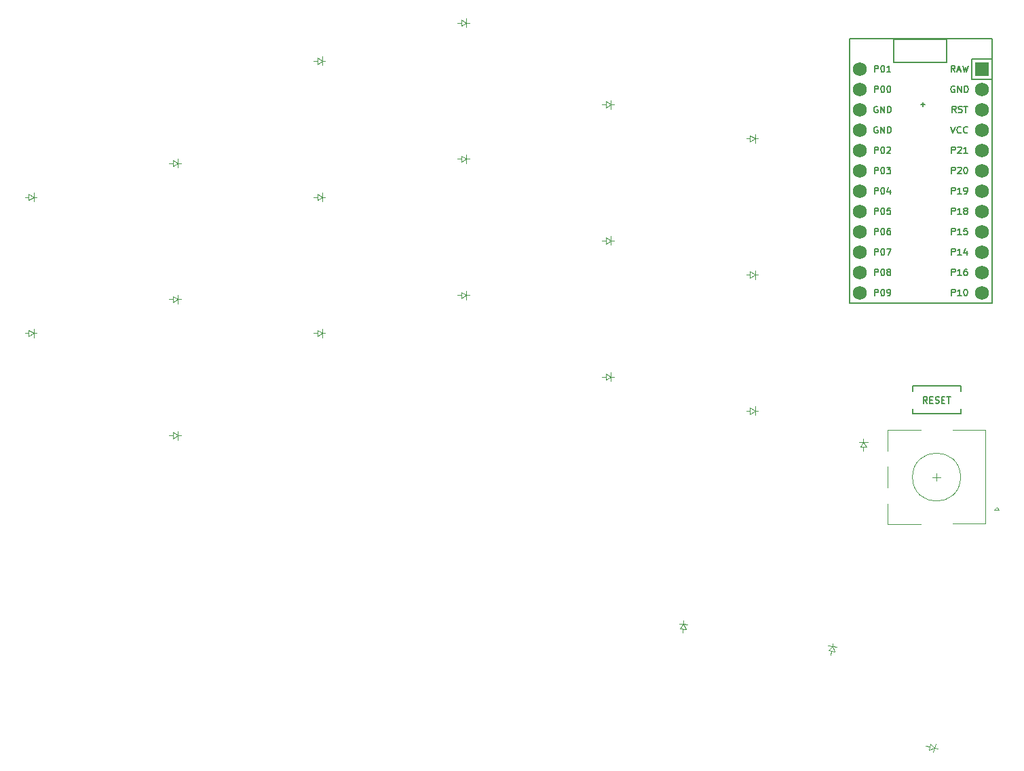
<source format=gbr>
%TF.GenerationSoftware,KiCad,Pcbnew,7.0.1-3b83917a11~171~ubuntu22.04.1*%
%TF.CreationDate,2023-03-24T21:38:12-04:00*%
%TF.ProjectId,whisper,77686973-7065-4722-9e6b-696361645f70,v1.0.0*%
%TF.SameCoordinates,Original*%
%TF.FileFunction,Legend,Top*%
%TF.FilePolarity,Positive*%
%FSLAX46Y46*%
G04 Gerber Fmt 4.6, Leading zero omitted, Abs format (unit mm)*
G04 Created by KiCad (PCBNEW 7.0.1-3b83917a11~171~ubuntu22.04.1) date 2023-03-24 21:38:12*
%MOMM*%
%LPD*%
G01*
G04 APERTURE LIST*
%ADD10C,0.150000*%
%ADD11C,0.100000*%
%ADD12C,0.120000*%
%ADD13R,1.752600X1.752600*%
%ADD14C,1.752600*%
G04 APERTURE END LIST*
D10*
%TO.C,MCU1*%
X251052203Y-93361917D02*
X250976013Y-93323822D01*
X250976013Y-93323822D02*
X250861727Y-93323822D01*
X250861727Y-93323822D02*
X250747441Y-93361917D01*
X250747441Y-93361917D02*
X250671251Y-93438107D01*
X250671251Y-93438107D02*
X250633156Y-93514298D01*
X250633156Y-93514298D02*
X250595060Y-93666679D01*
X250595060Y-93666679D02*
X250595060Y-93780965D01*
X250595060Y-93780965D02*
X250633156Y-93933346D01*
X250633156Y-93933346D02*
X250671251Y-94009536D01*
X250671251Y-94009536D02*
X250747441Y-94085727D01*
X250747441Y-94085727D02*
X250861727Y-94123822D01*
X250861727Y-94123822D02*
X250937918Y-94123822D01*
X250937918Y-94123822D02*
X251052203Y-94085727D01*
X251052203Y-94085727D02*
X251090299Y-94047631D01*
X251090299Y-94047631D02*
X251090299Y-93780965D01*
X251090299Y-93780965D02*
X250937918Y-93780965D01*
X251433156Y-94123822D02*
X251433156Y-93323822D01*
X251433156Y-93323822D02*
X251890299Y-94123822D01*
X251890299Y-94123822D02*
X251890299Y-93323822D01*
X252271251Y-94123822D02*
X252271251Y-93323822D01*
X252271251Y-93323822D02*
X252461727Y-93323822D01*
X252461727Y-93323822D02*
X252576013Y-93361917D01*
X252576013Y-93361917D02*
X252652203Y-93438107D01*
X252652203Y-93438107D02*
X252690298Y-93514298D01*
X252690298Y-93514298D02*
X252728394Y-93666679D01*
X252728394Y-93666679D02*
X252728394Y-93780965D01*
X252728394Y-93780965D02*
X252690298Y-93933346D01*
X252690298Y-93933346D02*
X252652203Y-94009536D01*
X252652203Y-94009536D02*
X252576013Y-94085727D01*
X252576013Y-94085727D02*
X252461727Y-94123822D01*
X252461727Y-94123822D02*
X252271251Y-94123822D01*
X250690298Y-111903822D02*
X250690298Y-111103822D01*
X250690298Y-111103822D02*
X250995060Y-111103822D01*
X250995060Y-111103822D02*
X251071250Y-111141917D01*
X251071250Y-111141917D02*
X251109345Y-111180012D01*
X251109345Y-111180012D02*
X251147441Y-111256203D01*
X251147441Y-111256203D02*
X251147441Y-111370488D01*
X251147441Y-111370488D02*
X251109345Y-111446679D01*
X251109345Y-111446679D02*
X251071250Y-111484774D01*
X251071250Y-111484774D02*
X250995060Y-111522869D01*
X250995060Y-111522869D02*
X250690298Y-111522869D01*
X251642679Y-111103822D02*
X251718869Y-111103822D01*
X251718869Y-111103822D02*
X251795060Y-111141917D01*
X251795060Y-111141917D02*
X251833155Y-111180012D01*
X251833155Y-111180012D02*
X251871250Y-111256203D01*
X251871250Y-111256203D02*
X251909345Y-111408584D01*
X251909345Y-111408584D02*
X251909345Y-111599060D01*
X251909345Y-111599060D02*
X251871250Y-111751441D01*
X251871250Y-111751441D02*
X251833155Y-111827631D01*
X251833155Y-111827631D02*
X251795060Y-111865727D01*
X251795060Y-111865727D02*
X251718869Y-111903822D01*
X251718869Y-111903822D02*
X251642679Y-111903822D01*
X251642679Y-111903822D02*
X251566488Y-111865727D01*
X251566488Y-111865727D02*
X251528393Y-111827631D01*
X251528393Y-111827631D02*
X251490298Y-111751441D01*
X251490298Y-111751441D02*
X251452202Y-111599060D01*
X251452202Y-111599060D02*
X251452202Y-111408584D01*
X251452202Y-111408584D02*
X251490298Y-111256203D01*
X251490298Y-111256203D02*
X251528393Y-111180012D01*
X251528393Y-111180012D02*
X251566488Y-111141917D01*
X251566488Y-111141917D02*
X251642679Y-111103822D01*
X252366488Y-111446679D02*
X252290298Y-111408584D01*
X252290298Y-111408584D02*
X252252203Y-111370488D01*
X252252203Y-111370488D02*
X252214107Y-111294298D01*
X252214107Y-111294298D02*
X252214107Y-111256203D01*
X252214107Y-111256203D02*
X252252203Y-111180012D01*
X252252203Y-111180012D02*
X252290298Y-111141917D01*
X252290298Y-111141917D02*
X252366488Y-111103822D01*
X252366488Y-111103822D02*
X252518869Y-111103822D01*
X252518869Y-111103822D02*
X252595060Y-111141917D01*
X252595060Y-111141917D02*
X252633155Y-111180012D01*
X252633155Y-111180012D02*
X252671250Y-111256203D01*
X252671250Y-111256203D02*
X252671250Y-111294298D01*
X252671250Y-111294298D02*
X252633155Y-111370488D01*
X252633155Y-111370488D02*
X252595060Y-111408584D01*
X252595060Y-111408584D02*
X252518869Y-111446679D01*
X252518869Y-111446679D02*
X252366488Y-111446679D01*
X252366488Y-111446679D02*
X252290298Y-111484774D01*
X252290298Y-111484774D02*
X252252203Y-111522869D01*
X252252203Y-111522869D02*
X252214107Y-111599060D01*
X252214107Y-111599060D02*
X252214107Y-111751441D01*
X252214107Y-111751441D02*
X252252203Y-111827631D01*
X252252203Y-111827631D02*
X252290298Y-111865727D01*
X252290298Y-111865727D02*
X252366488Y-111903822D01*
X252366488Y-111903822D02*
X252518869Y-111903822D01*
X252518869Y-111903822D02*
X252595060Y-111865727D01*
X252595060Y-111865727D02*
X252633155Y-111827631D01*
X252633155Y-111827631D02*
X252671250Y-111751441D01*
X252671250Y-111751441D02*
X252671250Y-111599060D01*
X252671250Y-111599060D02*
X252633155Y-111522869D01*
X252633155Y-111522869D02*
X252595060Y-111484774D01*
X252595060Y-111484774D02*
X252518869Y-111446679D01*
X250690298Y-109363822D02*
X250690298Y-108563822D01*
X250690298Y-108563822D02*
X250995060Y-108563822D01*
X250995060Y-108563822D02*
X251071250Y-108601917D01*
X251071250Y-108601917D02*
X251109345Y-108640012D01*
X251109345Y-108640012D02*
X251147441Y-108716203D01*
X251147441Y-108716203D02*
X251147441Y-108830488D01*
X251147441Y-108830488D02*
X251109345Y-108906679D01*
X251109345Y-108906679D02*
X251071250Y-108944774D01*
X251071250Y-108944774D02*
X250995060Y-108982869D01*
X250995060Y-108982869D02*
X250690298Y-108982869D01*
X251642679Y-108563822D02*
X251718869Y-108563822D01*
X251718869Y-108563822D02*
X251795060Y-108601917D01*
X251795060Y-108601917D02*
X251833155Y-108640012D01*
X251833155Y-108640012D02*
X251871250Y-108716203D01*
X251871250Y-108716203D02*
X251909345Y-108868584D01*
X251909345Y-108868584D02*
X251909345Y-109059060D01*
X251909345Y-109059060D02*
X251871250Y-109211441D01*
X251871250Y-109211441D02*
X251833155Y-109287631D01*
X251833155Y-109287631D02*
X251795060Y-109325727D01*
X251795060Y-109325727D02*
X251718869Y-109363822D01*
X251718869Y-109363822D02*
X251642679Y-109363822D01*
X251642679Y-109363822D02*
X251566488Y-109325727D01*
X251566488Y-109325727D02*
X251528393Y-109287631D01*
X251528393Y-109287631D02*
X251490298Y-109211441D01*
X251490298Y-109211441D02*
X251452202Y-109059060D01*
X251452202Y-109059060D02*
X251452202Y-108868584D01*
X251452202Y-108868584D02*
X251490298Y-108716203D01*
X251490298Y-108716203D02*
X251528393Y-108640012D01*
X251528393Y-108640012D02*
X251566488Y-108601917D01*
X251566488Y-108601917D02*
X251642679Y-108563822D01*
X252176012Y-108563822D02*
X252709346Y-108563822D01*
X252709346Y-108563822D02*
X252366488Y-109363822D01*
X250690298Y-96663822D02*
X250690298Y-95863822D01*
X250690298Y-95863822D02*
X250995060Y-95863822D01*
X250995060Y-95863822D02*
X251071250Y-95901917D01*
X251071250Y-95901917D02*
X251109345Y-95940012D01*
X251109345Y-95940012D02*
X251147441Y-96016203D01*
X251147441Y-96016203D02*
X251147441Y-96130488D01*
X251147441Y-96130488D02*
X251109345Y-96206679D01*
X251109345Y-96206679D02*
X251071250Y-96244774D01*
X251071250Y-96244774D02*
X250995060Y-96282869D01*
X250995060Y-96282869D02*
X250690298Y-96282869D01*
X251642679Y-95863822D02*
X251718869Y-95863822D01*
X251718869Y-95863822D02*
X251795060Y-95901917D01*
X251795060Y-95901917D02*
X251833155Y-95940012D01*
X251833155Y-95940012D02*
X251871250Y-96016203D01*
X251871250Y-96016203D02*
X251909345Y-96168584D01*
X251909345Y-96168584D02*
X251909345Y-96359060D01*
X251909345Y-96359060D02*
X251871250Y-96511441D01*
X251871250Y-96511441D02*
X251833155Y-96587631D01*
X251833155Y-96587631D02*
X251795060Y-96625727D01*
X251795060Y-96625727D02*
X251718869Y-96663822D01*
X251718869Y-96663822D02*
X251642679Y-96663822D01*
X251642679Y-96663822D02*
X251566488Y-96625727D01*
X251566488Y-96625727D02*
X251528393Y-96587631D01*
X251528393Y-96587631D02*
X251490298Y-96511441D01*
X251490298Y-96511441D02*
X251452202Y-96359060D01*
X251452202Y-96359060D02*
X251452202Y-96168584D01*
X251452202Y-96168584D02*
X251490298Y-96016203D01*
X251490298Y-96016203D02*
X251528393Y-95940012D01*
X251528393Y-95940012D02*
X251566488Y-95901917D01*
X251566488Y-95901917D02*
X251642679Y-95863822D01*
X252214107Y-95940012D02*
X252252203Y-95901917D01*
X252252203Y-95901917D02*
X252328393Y-95863822D01*
X252328393Y-95863822D02*
X252518869Y-95863822D01*
X252518869Y-95863822D02*
X252595060Y-95901917D01*
X252595060Y-95901917D02*
X252633155Y-95940012D01*
X252633155Y-95940012D02*
X252671250Y-96016203D01*
X252671250Y-96016203D02*
X252671250Y-96092393D01*
X252671250Y-96092393D02*
X252633155Y-96206679D01*
X252633155Y-96206679D02*
X252176012Y-96663822D01*
X252176012Y-96663822D02*
X252671250Y-96663822D01*
X250690298Y-106823822D02*
X250690298Y-106023822D01*
X250690298Y-106023822D02*
X250995060Y-106023822D01*
X250995060Y-106023822D02*
X251071250Y-106061917D01*
X251071250Y-106061917D02*
X251109345Y-106100012D01*
X251109345Y-106100012D02*
X251147441Y-106176203D01*
X251147441Y-106176203D02*
X251147441Y-106290488D01*
X251147441Y-106290488D02*
X251109345Y-106366679D01*
X251109345Y-106366679D02*
X251071250Y-106404774D01*
X251071250Y-106404774D02*
X250995060Y-106442869D01*
X250995060Y-106442869D02*
X250690298Y-106442869D01*
X251642679Y-106023822D02*
X251718869Y-106023822D01*
X251718869Y-106023822D02*
X251795060Y-106061917D01*
X251795060Y-106061917D02*
X251833155Y-106100012D01*
X251833155Y-106100012D02*
X251871250Y-106176203D01*
X251871250Y-106176203D02*
X251909345Y-106328584D01*
X251909345Y-106328584D02*
X251909345Y-106519060D01*
X251909345Y-106519060D02*
X251871250Y-106671441D01*
X251871250Y-106671441D02*
X251833155Y-106747631D01*
X251833155Y-106747631D02*
X251795060Y-106785727D01*
X251795060Y-106785727D02*
X251718869Y-106823822D01*
X251718869Y-106823822D02*
X251642679Y-106823822D01*
X251642679Y-106823822D02*
X251566488Y-106785727D01*
X251566488Y-106785727D02*
X251528393Y-106747631D01*
X251528393Y-106747631D02*
X251490298Y-106671441D01*
X251490298Y-106671441D02*
X251452202Y-106519060D01*
X251452202Y-106519060D02*
X251452202Y-106328584D01*
X251452202Y-106328584D02*
X251490298Y-106176203D01*
X251490298Y-106176203D02*
X251528393Y-106100012D01*
X251528393Y-106100012D02*
X251566488Y-106061917D01*
X251566488Y-106061917D02*
X251642679Y-106023822D01*
X252595060Y-106023822D02*
X252442679Y-106023822D01*
X252442679Y-106023822D02*
X252366488Y-106061917D01*
X252366488Y-106061917D02*
X252328393Y-106100012D01*
X252328393Y-106100012D02*
X252252203Y-106214298D01*
X252252203Y-106214298D02*
X252214107Y-106366679D01*
X252214107Y-106366679D02*
X252214107Y-106671441D01*
X252214107Y-106671441D02*
X252252203Y-106747631D01*
X252252203Y-106747631D02*
X252290298Y-106785727D01*
X252290298Y-106785727D02*
X252366488Y-106823822D01*
X252366488Y-106823822D02*
X252518869Y-106823822D01*
X252518869Y-106823822D02*
X252595060Y-106785727D01*
X252595060Y-106785727D02*
X252633155Y-106747631D01*
X252633155Y-106747631D02*
X252671250Y-106671441D01*
X252671250Y-106671441D02*
X252671250Y-106480965D01*
X252671250Y-106480965D02*
X252633155Y-106404774D01*
X252633155Y-106404774D02*
X252595060Y-106366679D01*
X252595060Y-106366679D02*
X252518869Y-106328584D01*
X252518869Y-106328584D02*
X252366488Y-106328584D01*
X252366488Y-106328584D02*
X252290298Y-106366679D01*
X252290298Y-106366679D02*
X252252203Y-106404774D01*
X252252203Y-106404774D02*
X252214107Y-106480965D01*
X260195060Y-93323822D02*
X260461727Y-94123822D01*
X260461727Y-94123822D02*
X260728393Y-93323822D01*
X261452203Y-94047631D02*
X261414107Y-94085727D01*
X261414107Y-94085727D02*
X261299822Y-94123822D01*
X261299822Y-94123822D02*
X261223631Y-94123822D01*
X261223631Y-94123822D02*
X261109345Y-94085727D01*
X261109345Y-94085727D02*
X261033155Y-94009536D01*
X261033155Y-94009536D02*
X260995060Y-93933346D01*
X260995060Y-93933346D02*
X260956964Y-93780965D01*
X260956964Y-93780965D02*
X260956964Y-93666679D01*
X260956964Y-93666679D02*
X260995060Y-93514298D01*
X260995060Y-93514298D02*
X261033155Y-93438107D01*
X261033155Y-93438107D02*
X261109345Y-93361917D01*
X261109345Y-93361917D02*
X261223631Y-93323822D01*
X261223631Y-93323822D02*
X261299822Y-93323822D01*
X261299822Y-93323822D02*
X261414107Y-93361917D01*
X261414107Y-93361917D02*
X261452203Y-93400012D01*
X262252203Y-94047631D02*
X262214107Y-94085727D01*
X262214107Y-94085727D02*
X262099822Y-94123822D01*
X262099822Y-94123822D02*
X262023631Y-94123822D01*
X262023631Y-94123822D02*
X261909345Y-94085727D01*
X261909345Y-94085727D02*
X261833155Y-94009536D01*
X261833155Y-94009536D02*
X261795060Y-93933346D01*
X261795060Y-93933346D02*
X261756964Y-93780965D01*
X261756964Y-93780965D02*
X261756964Y-93666679D01*
X261756964Y-93666679D02*
X261795060Y-93514298D01*
X261795060Y-93514298D02*
X261833155Y-93438107D01*
X261833155Y-93438107D02*
X261909345Y-93361917D01*
X261909345Y-93361917D02*
X262023631Y-93323822D01*
X262023631Y-93323822D02*
X262099822Y-93323822D01*
X262099822Y-93323822D02*
X262214107Y-93361917D01*
X262214107Y-93361917D02*
X262252203Y-93400012D01*
X250690298Y-89043822D02*
X250690298Y-88243822D01*
X250690298Y-88243822D02*
X250995060Y-88243822D01*
X250995060Y-88243822D02*
X251071250Y-88281917D01*
X251071250Y-88281917D02*
X251109345Y-88320012D01*
X251109345Y-88320012D02*
X251147441Y-88396203D01*
X251147441Y-88396203D02*
X251147441Y-88510488D01*
X251147441Y-88510488D02*
X251109345Y-88586679D01*
X251109345Y-88586679D02*
X251071250Y-88624774D01*
X251071250Y-88624774D02*
X250995060Y-88662869D01*
X250995060Y-88662869D02*
X250690298Y-88662869D01*
X251642679Y-88243822D02*
X251718869Y-88243822D01*
X251718869Y-88243822D02*
X251795060Y-88281917D01*
X251795060Y-88281917D02*
X251833155Y-88320012D01*
X251833155Y-88320012D02*
X251871250Y-88396203D01*
X251871250Y-88396203D02*
X251909345Y-88548584D01*
X251909345Y-88548584D02*
X251909345Y-88739060D01*
X251909345Y-88739060D02*
X251871250Y-88891441D01*
X251871250Y-88891441D02*
X251833155Y-88967631D01*
X251833155Y-88967631D02*
X251795060Y-89005727D01*
X251795060Y-89005727D02*
X251718869Y-89043822D01*
X251718869Y-89043822D02*
X251642679Y-89043822D01*
X251642679Y-89043822D02*
X251566488Y-89005727D01*
X251566488Y-89005727D02*
X251528393Y-88967631D01*
X251528393Y-88967631D02*
X251490298Y-88891441D01*
X251490298Y-88891441D02*
X251452202Y-88739060D01*
X251452202Y-88739060D02*
X251452202Y-88548584D01*
X251452202Y-88548584D02*
X251490298Y-88396203D01*
X251490298Y-88396203D02*
X251528393Y-88320012D01*
X251528393Y-88320012D02*
X251566488Y-88281917D01*
X251566488Y-88281917D02*
X251642679Y-88243822D01*
X252404584Y-88243822D02*
X252480774Y-88243822D01*
X252480774Y-88243822D02*
X252556965Y-88281917D01*
X252556965Y-88281917D02*
X252595060Y-88320012D01*
X252595060Y-88320012D02*
X252633155Y-88396203D01*
X252633155Y-88396203D02*
X252671250Y-88548584D01*
X252671250Y-88548584D02*
X252671250Y-88739060D01*
X252671250Y-88739060D02*
X252633155Y-88891441D01*
X252633155Y-88891441D02*
X252595060Y-88967631D01*
X252595060Y-88967631D02*
X252556965Y-89005727D01*
X252556965Y-89005727D02*
X252480774Y-89043822D01*
X252480774Y-89043822D02*
X252404584Y-89043822D01*
X252404584Y-89043822D02*
X252328393Y-89005727D01*
X252328393Y-89005727D02*
X252290298Y-88967631D01*
X252290298Y-88967631D02*
X252252203Y-88891441D01*
X252252203Y-88891441D02*
X252214107Y-88739060D01*
X252214107Y-88739060D02*
X252214107Y-88548584D01*
X252214107Y-88548584D02*
X252252203Y-88396203D01*
X252252203Y-88396203D02*
X252290298Y-88320012D01*
X252290298Y-88320012D02*
X252328393Y-88281917D01*
X252328393Y-88281917D02*
X252404584Y-88243822D01*
X260290298Y-96663822D02*
X260290298Y-95863822D01*
X260290298Y-95863822D02*
X260595060Y-95863822D01*
X260595060Y-95863822D02*
X260671250Y-95901917D01*
X260671250Y-95901917D02*
X260709345Y-95940012D01*
X260709345Y-95940012D02*
X260747441Y-96016203D01*
X260747441Y-96016203D02*
X260747441Y-96130488D01*
X260747441Y-96130488D02*
X260709345Y-96206679D01*
X260709345Y-96206679D02*
X260671250Y-96244774D01*
X260671250Y-96244774D02*
X260595060Y-96282869D01*
X260595060Y-96282869D02*
X260290298Y-96282869D01*
X261052202Y-95940012D02*
X261090298Y-95901917D01*
X261090298Y-95901917D02*
X261166488Y-95863822D01*
X261166488Y-95863822D02*
X261356964Y-95863822D01*
X261356964Y-95863822D02*
X261433155Y-95901917D01*
X261433155Y-95901917D02*
X261471250Y-95940012D01*
X261471250Y-95940012D02*
X261509345Y-96016203D01*
X261509345Y-96016203D02*
X261509345Y-96092393D01*
X261509345Y-96092393D02*
X261471250Y-96206679D01*
X261471250Y-96206679D02*
X261014107Y-96663822D01*
X261014107Y-96663822D02*
X261509345Y-96663822D01*
X262271250Y-96663822D02*
X261814107Y-96663822D01*
X262042679Y-96663822D02*
X262042679Y-95863822D01*
X262042679Y-95863822D02*
X261966488Y-95978107D01*
X261966488Y-95978107D02*
X261890298Y-96054298D01*
X261890298Y-96054298D02*
X261814107Y-96092393D01*
X260290298Y-109363822D02*
X260290298Y-108563822D01*
X260290298Y-108563822D02*
X260595060Y-108563822D01*
X260595060Y-108563822D02*
X260671250Y-108601917D01*
X260671250Y-108601917D02*
X260709345Y-108640012D01*
X260709345Y-108640012D02*
X260747441Y-108716203D01*
X260747441Y-108716203D02*
X260747441Y-108830488D01*
X260747441Y-108830488D02*
X260709345Y-108906679D01*
X260709345Y-108906679D02*
X260671250Y-108944774D01*
X260671250Y-108944774D02*
X260595060Y-108982869D01*
X260595060Y-108982869D02*
X260290298Y-108982869D01*
X261509345Y-109363822D02*
X261052202Y-109363822D01*
X261280774Y-109363822D02*
X261280774Y-108563822D01*
X261280774Y-108563822D02*
X261204583Y-108678107D01*
X261204583Y-108678107D02*
X261128393Y-108754298D01*
X261128393Y-108754298D02*
X261052202Y-108792393D01*
X262195060Y-108830488D02*
X262195060Y-109363822D01*
X262004584Y-108525727D02*
X261814107Y-109097155D01*
X261814107Y-109097155D02*
X262309346Y-109097155D01*
X250690298Y-104283822D02*
X250690298Y-103483822D01*
X250690298Y-103483822D02*
X250995060Y-103483822D01*
X250995060Y-103483822D02*
X251071250Y-103521917D01*
X251071250Y-103521917D02*
X251109345Y-103560012D01*
X251109345Y-103560012D02*
X251147441Y-103636203D01*
X251147441Y-103636203D02*
X251147441Y-103750488D01*
X251147441Y-103750488D02*
X251109345Y-103826679D01*
X251109345Y-103826679D02*
X251071250Y-103864774D01*
X251071250Y-103864774D02*
X250995060Y-103902869D01*
X250995060Y-103902869D02*
X250690298Y-103902869D01*
X251642679Y-103483822D02*
X251718869Y-103483822D01*
X251718869Y-103483822D02*
X251795060Y-103521917D01*
X251795060Y-103521917D02*
X251833155Y-103560012D01*
X251833155Y-103560012D02*
X251871250Y-103636203D01*
X251871250Y-103636203D02*
X251909345Y-103788584D01*
X251909345Y-103788584D02*
X251909345Y-103979060D01*
X251909345Y-103979060D02*
X251871250Y-104131441D01*
X251871250Y-104131441D02*
X251833155Y-104207631D01*
X251833155Y-104207631D02*
X251795060Y-104245727D01*
X251795060Y-104245727D02*
X251718869Y-104283822D01*
X251718869Y-104283822D02*
X251642679Y-104283822D01*
X251642679Y-104283822D02*
X251566488Y-104245727D01*
X251566488Y-104245727D02*
X251528393Y-104207631D01*
X251528393Y-104207631D02*
X251490298Y-104131441D01*
X251490298Y-104131441D02*
X251452202Y-103979060D01*
X251452202Y-103979060D02*
X251452202Y-103788584D01*
X251452202Y-103788584D02*
X251490298Y-103636203D01*
X251490298Y-103636203D02*
X251528393Y-103560012D01*
X251528393Y-103560012D02*
X251566488Y-103521917D01*
X251566488Y-103521917D02*
X251642679Y-103483822D01*
X252633155Y-103483822D02*
X252252203Y-103483822D01*
X252252203Y-103483822D02*
X252214107Y-103864774D01*
X252214107Y-103864774D02*
X252252203Y-103826679D01*
X252252203Y-103826679D02*
X252328393Y-103788584D01*
X252328393Y-103788584D02*
X252518869Y-103788584D01*
X252518869Y-103788584D02*
X252595060Y-103826679D01*
X252595060Y-103826679D02*
X252633155Y-103864774D01*
X252633155Y-103864774D02*
X252671250Y-103940965D01*
X252671250Y-103940965D02*
X252671250Y-104131441D01*
X252671250Y-104131441D02*
X252633155Y-104207631D01*
X252633155Y-104207631D02*
X252595060Y-104245727D01*
X252595060Y-104245727D02*
X252518869Y-104283822D01*
X252518869Y-104283822D02*
X252328393Y-104283822D01*
X252328393Y-104283822D02*
X252252203Y-104245727D01*
X252252203Y-104245727D02*
X252214107Y-104207631D01*
X251052203Y-90821917D02*
X250976013Y-90783822D01*
X250976013Y-90783822D02*
X250861727Y-90783822D01*
X250861727Y-90783822D02*
X250747441Y-90821917D01*
X250747441Y-90821917D02*
X250671251Y-90898107D01*
X250671251Y-90898107D02*
X250633156Y-90974298D01*
X250633156Y-90974298D02*
X250595060Y-91126679D01*
X250595060Y-91126679D02*
X250595060Y-91240965D01*
X250595060Y-91240965D02*
X250633156Y-91393346D01*
X250633156Y-91393346D02*
X250671251Y-91469536D01*
X250671251Y-91469536D02*
X250747441Y-91545727D01*
X250747441Y-91545727D02*
X250861727Y-91583822D01*
X250861727Y-91583822D02*
X250937918Y-91583822D01*
X250937918Y-91583822D02*
X251052203Y-91545727D01*
X251052203Y-91545727D02*
X251090299Y-91507631D01*
X251090299Y-91507631D02*
X251090299Y-91240965D01*
X251090299Y-91240965D02*
X250937918Y-91240965D01*
X251433156Y-91583822D02*
X251433156Y-90783822D01*
X251433156Y-90783822D02*
X251890299Y-91583822D01*
X251890299Y-91583822D02*
X251890299Y-90783822D01*
X252271251Y-91583822D02*
X252271251Y-90783822D01*
X252271251Y-90783822D02*
X252461727Y-90783822D01*
X252461727Y-90783822D02*
X252576013Y-90821917D01*
X252576013Y-90821917D02*
X252652203Y-90898107D01*
X252652203Y-90898107D02*
X252690298Y-90974298D01*
X252690298Y-90974298D02*
X252728394Y-91126679D01*
X252728394Y-91126679D02*
X252728394Y-91240965D01*
X252728394Y-91240965D02*
X252690298Y-91393346D01*
X252690298Y-91393346D02*
X252652203Y-91469536D01*
X252652203Y-91469536D02*
X252576013Y-91545727D01*
X252576013Y-91545727D02*
X252461727Y-91583822D01*
X252461727Y-91583822D02*
X252271251Y-91583822D01*
X260709346Y-86503822D02*
X260442679Y-86122869D01*
X260252203Y-86503822D02*
X260252203Y-85703822D01*
X260252203Y-85703822D02*
X260556965Y-85703822D01*
X260556965Y-85703822D02*
X260633155Y-85741917D01*
X260633155Y-85741917D02*
X260671250Y-85780012D01*
X260671250Y-85780012D02*
X260709346Y-85856203D01*
X260709346Y-85856203D02*
X260709346Y-85970488D01*
X260709346Y-85970488D02*
X260671250Y-86046679D01*
X260671250Y-86046679D02*
X260633155Y-86084774D01*
X260633155Y-86084774D02*
X260556965Y-86122869D01*
X260556965Y-86122869D02*
X260252203Y-86122869D01*
X261014107Y-86275250D02*
X261395060Y-86275250D01*
X260937917Y-86503822D02*
X261204584Y-85703822D01*
X261204584Y-85703822D02*
X261471250Y-86503822D01*
X261661726Y-85703822D02*
X261852202Y-86503822D01*
X261852202Y-86503822D02*
X262004583Y-85932393D01*
X262004583Y-85932393D02*
X262156964Y-86503822D01*
X262156964Y-86503822D02*
X262347441Y-85703822D01*
X260652203Y-88281917D02*
X260576013Y-88243822D01*
X260576013Y-88243822D02*
X260461727Y-88243822D01*
X260461727Y-88243822D02*
X260347441Y-88281917D01*
X260347441Y-88281917D02*
X260271251Y-88358107D01*
X260271251Y-88358107D02*
X260233156Y-88434298D01*
X260233156Y-88434298D02*
X260195060Y-88586679D01*
X260195060Y-88586679D02*
X260195060Y-88700965D01*
X260195060Y-88700965D02*
X260233156Y-88853346D01*
X260233156Y-88853346D02*
X260271251Y-88929536D01*
X260271251Y-88929536D02*
X260347441Y-89005727D01*
X260347441Y-89005727D02*
X260461727Y-89043822D01*
X260461727Y-89043822D02*
X260537918Y-89043822D01*
X260537918Y-89043822D02*
X260652203Y-89005727D01*
X260652203Y-89005727D02*
X260690299Y-88967631D01*
X260690299Y-88967631D02*
X260690299Y-88700965D01*
X260690299Y-88700965D02*
X260537918Y-88700965D01*
X261033156Y-89043822D02*
X261033156Y-88243822D01*
X261033156Y-88243822D02*
X261490299Y-89043822D01*
X261490299Y-89043822D02*
X261490299Y-88243822D01*
X261871251Y-89043822D02*
X261871251Y-88243822D01*
X261871251Y-88243822D02*
X262061727Y-88243822D01*
X262061727Y-88243822D02*
X262176013Y-88281917D01*
X262176013Y-88281917D02*
X262252203Y-88358107D01*
X262252203Y-88358107D02*
X262290298Y-88434298D01*
X262290298Y-88434298D02*
X262328394Y-88586679D01*
X262328394Y-88586679D02*
X262328394Y-88700965D01*
X262328394Y-88700965D02*
X262290298Y-88853346D01*
X262290298Y-88853346D02*
X262252203Y-88929536D01*
X262252203Y-88929536D02*
X262176013Y-89005727D01*
X262176013Y-89005727D02*
X262061727Y-89043822D01*
X262061727Y-89043822D02*
X261871251Y-89043822D01*
X260290298Y-104283822D02*
X260290298Y-103483822D01*
X260290298Y-103483822D02*
X260595060Y-103483822D01*
X260595060Y-103483822D02*
X260671250Y-103521917D01*
X260671250Y-103521917D02*
X260709345Y-103560012D01*
X260709345Y-103560012D02*
X260747441Y-103636203D01*
X260747441Y-103636203D02*
X260747441Y-103750488D01*
X260747441Y-103750488D02*
X260709345Y-103826679D01*
X260709345Y-103826679D02*
X260671250Y-103864774D01*
X260671250Y-103864774D02*
X260595060Y-103902869D01*
X260595060Y-103902869D02*
X260290298Y-103902869D01*
X261509345Y-104283822D02*
X261052202Y-104283822D01*
X261280774Y-104283822D02*
X261280774Y-103483822D01*
X261280774Y-103483822D02*
X261204583Y-103598107D01*
X261204583Y-103598107D02*
X261128393Y-103674298D01*
X261128393Y-103674298D02*
X261052202Y-103712393D01*
X261966488Y-103826679D02*
X261890298Y-103788584D01*
X261890298Y-103788584D02*
X261852203Y-103750488D01*
X261852203Y-103750488D02*
X261814107Y-103674298D01*
X261814107Y-103674298D02*
X261814107Y-103636203D01*
X261814107Y-103636203D02*
X261852203Y-103560012D01*
X261852203Y-103560012D02*
X261890298Y-103521917D01*
X261890298Y-103521917D02*
X261966488Y-103483822D01*
X261966488Y-103483822D02*
X262118869Y-103483822D01*
X262118869Y-103483822D02*
X262195060Y-103521917D01*
X262195060Y-103521917D02*
X262233155Y-103560012D01*
X262233155Y-103560012D02*
X262271250Y-103636203D01*
X262271250Y-103636203D02*
X262271250Y-103674298D01*
X262271250Y-103674298D02*
X262233155Y-103750488D01*
X262233155Y-103750488D02*
X262195060Y-103788584D01*
X262195060Y-103788584D02*
X262118869Y-103826679D01*
X262118869Y-103826679D02*
X261966488Y-103826679D01*
X261966488Y-103826679D02*
X261890298Y-103864774D01*
X261890298Y-103864774D02*
X261852203Y-103902869D01*
X261852203Y-103902869D02*
X261814107Y-103979060D01*
X261814107Y-103979060D02*
X261814107Y-104131441D01*
X261814107Y-104131441D02*
X261852203Y-104207631D01*
X261852203Y-104207631D02*
X261890298Y-104245727D01*
X261890298Y-104245727D02*
X261966488Y-104283822D01*
X261966488Y-104283822D02*
X262118869Y-104283822D01*
X262118869Y-104283822D02*
X262195060Y-104245727D01*
X262195060Y-104245727D02*
X262233155Y-104207631D01*
X262233155Y-104207631D02*
X262271250Y-104131441D01*
X262271250Y-104131441D02*
X262271250Y-103979060D01*
X262271250Y-103979060D02*
X262233155Y-103902869D01*
X262233155Y-103902869D02*
X262195060Y-103864774D01*
X262195060Y-103864774D02*
X262118869Y-103826679D01*
X250690298Y-114443822D02*
X250690298Y-113643822D01*
X250690298Y-113643822D02*
X250995060Y-113643822D01*
X250995060Y-113643822D02*
X251071250Y-113681917D01*
X251071250Y-113681917D02*
X251109345Y-113720012D01*
X251109345Y-113720012D02*
X251147441Y-113796203D01*
X251147441Y-113796203D02*
X251147441Y-113910488D01*
X251147441Y-113910488D02*
X251109345Y-113986679D01*
X251109345Y-113986679D02*
X251071250Y-114024774D01*
X251071250Y-114024774D02*
X250995060Y-114062869D01*
X250995060Y-114062869D02*
X250690298Y-114062869D01*
X251642679Y-113643822D02*
X251718869Y-113643822D01*
X251718869Y-113643822D02*
X251795060Y-113681917D01*
X251795060Y-113681917D02*
X251833155Y-113720012D01*
X251833155Y-113720012D02*
X251871250Y-113796203D01*
X251871250Y-113796203D02*
X251909345Y-113948584D01*
X251909345Y-113948584D02*
X251909345Y-114139060D01*
X251909345Y-114139060D02*
X251871250Y-114291441D01*
X251871250Y-114291441D02*
X251833155Y-114367631D01*
X251833155Y-114367631D02*
X251795060Y-114405727D01*
X251795060Y-114405727D02*
X251718869Y-114443822D01*
X251718869Y-114443822D02*
X251642679Y-114443822D01*
X251642679Y-114443822D02*
X251566488Y-114405727D01*
X251566488Y-114405727D02*
X251528393Y-114367631D01*
X251528393Y-114367631D02*
X251490298Y-114291441D01*
X251490298Y-114291441D02*
X251452202Y-114139060D01*
X251452202Y-114139060D02*
X251452202Y-113948584D01*
X251452202Y-113948584D02*
X251490298Y-113796203D01*
X251490298Y-113796203D02*
X251528393Y-113720012D01*
X251528393Y-113720012D02*
X251566488Y-113681917D01*
X251566488Y-113681917D02*
X251642679Y-113643822D01*
X252290298Y-114443822D02*
X252442679Y-114443822D01*
X252442679Y-114443822D02*
X252518869Y-114405727D01*
X252518869Y-114405727D02*
X252556965Y-114367631D01*
X252556965Y-114367631D02*
X252633155Y-114253346D01*
X252633155Y-114253346D02*
X252671250Y-114100965D01*
X252671250Y-114100965D02*
X252671250Y-113796203D01*
X252671250Y-113796203D02*
X252633155Y-113720012D01*
X252633155Y-113720012D02*
X252595060Y-113681917D01*
X252595060Y-113681917D02*
X252518869Y-113643822D01*
X252518869Y-113643822D02*
X252366488Y-113643822D01*
X252366488Y-113643822D02*
X252290298Y-113681917D01*
X252290298Y-113681917D02*
X252252203Y-113720012D01*
X252252203Y-113720012D02*
X252214107Y-113796203D01*
X252214107Y-113796203D02*
X252214107Y-113986679D01*
X252214107Y-113986679D02*
X252252203Y-114062869D01*
X252252203Y-114062869D02*
X252290298Y-114100965D01*
X252290298Y-114100965D02*
X252366488Y-114139060D01*
X252366488Y-114139060D02*
X252518869Y-114139060D01*
X252518869Y-114139060D02*
X252595060Y-114100965D01*
X252595060Y-114100965D02*
X252633155Y-114062869D01*
X252633155Y-114062869D02*
X252671250Y-113986679D01*
X250690298Y-86503822D02*
X250690298Y-85703822D01*
X250690298Y-85703822D02*
X250995060Y-85703822D01*
X250995060Y-85703822D02*
X251071250Y-85741917D01*
X251071250Y-85741917D02*
X251109345Y-85780012D01*
X251109345Y-85780012D02*
X251147441Y-85856203D01*
X251147441Y-85856203D02*
X251147441Y-85970488D01*
X251147441Y-85970488D02*
X251109345Y-86046679D01*
X251109345Y-86046679D02*
X251071250Y-86084774D01*
X251071250Y-86084774D02*
X250995060Y-86122869D01*
X250995060Y-86122869D02*
X250690298Y-86122869D01*
X251642679Y-85703822D02*
X251718869Y-85703822D01*
X251718869Y-85703822D02*
X251795060Y-85741917D01*
X251795060Y-85741917D02*
X251833155Y-85780012D01*
X251833155Y-85780012D02*
X251871250Y-85856203D01*
X251871250Y-85856203D02*
X251909345Y-86008584D01*
X251909345Y-86008584D02*
X251909345Y-86199060D01*
X251909345Y-86199060D02*
X251871250Y-86351441D01*
X251871250Y-86351441D02*
X251833155Y-86427631D01*
X251833155Y-86427631D02*
X251795060Y-86465727D01*
X251795060Y-86465727D02*
X251718869Y-86503822D01*
X251718869Y-86503822D02*
X251642679Y-86503822D01*
X251642679Y-86503822D02*
X251566488Y-86465727D01*
X251566488Y-86465727D02*
X251528393Y-86427631D01*
X251528393Y-86427631D02*
X251490298Y-86351441D01*
X251490298Y-86351441D02*
X251452202Y-86199060D01*
X251452202Y-86199060D02*
X251452202Y-86008584D01*
X251452202Y-86008584D02*
X251490298Y-85856203D01*
X251490298Y-85856203D02*
X251528393Y-85780012D01*
X251528393Y-85780012D02*
X251566488Y-85741917D01*
X251566488Y-85741917D02*
X251642679Y-85703822D01*
X252671250Y-86503822D02*
X252214107Y-86503822D01*
X252442679Y-86503822D02*
X252442679Y-85703822D01*
X252442679Y-85703822D02*
X252366488Y-85818107D01*
X252366488Y-85818107D02*
X252290298Y-85894298D01*
X252290298Y-85894298D02*
X252214107Y-85932393D01*
X250690298Y-101743822D02*
X250690298Y-100943822D01*
X250690298Y-100943822D02*
X250995060Y-100943822D01*
X250995060Y-100943822D02*
X251071250Y-100981917D01*
X251071250Y-100981917D02*
X251109345Y-101020012D01*
X251109345Y-101020012D02*
X251147441Y-101096203D01*
X251147441Y-101096203D02*
X251147441Y-101210488D01*
X251147441Y-101210488D02*
X251109345Y-101286679D01*
X251109345Y-101286679D02*
X251071250Y-101324774D01*
X251071250Y-101324774D02*
X250995060Y-101362869D01*
X250995060Y-101362869D02*
X250690298Y-101362869D01*
X251642679Y-100943822D02*
X251718869Y-100943822D01*
X251718869Y-100943822D02*
X251795060Y-100981917D01*
X251795060Y-100981917D02*
X251833155Y-101020012D01*
X251833155Y-101020012D02*
X251871250Y-101096203D01*
X251871250Y-101096203D02*
X251909345Y-101248584D01*
X251909345Y-101248584D02*
X251909345Y-101439060D01*
X251909345Y-101439060D02*
X251871250Y-101591441D01*
X251871250Y-101591441D02*
X251833155Y-101667631D01*
X251833155Y-101667631D02*
X251795060Y-101705727D01*
X251795060Y-101705727D02*
X251718869Y-101743822D01*
X251718869Y-101743822D02*
X251642679Y-101743822D01*
X251642679Y-101743822D02*
X251566488Y-101705727D01*
X251566488Y-101705727D02*
X251528393Y-101667631D01*
X251528393Y-101667631D02*
X251490298Y-101591441D01*
X251490298Y-101591441D02*
X251452202Y-101439060D01*
X251452202Y-101439060D02*
X251452202Y-101248584D01*
X251452202Y-101248584D02*
X251490298Y-101096203D01*
X251490298Y-101096203D02*
X251528393Y-101020012D01*
X251528393Y-101020012D02*
X251566488Y-100981917D01*
X251566488Y-100981917D02*
X251642679Y-100943822D01*
X252595060Y-101210488D02*
X252595060Y-101743822D01*
X252404584Y-100905727D02*
X252214107Y-101477155D01*
X252214107Y-101477155D02*
X252709346Y-101477155D01*
X260823632Y-91583822D02*
X260556965Y-91202869D01*
X260366489Y-91583822D02*
X260366489Y-90783822D01*
X260366489Y-90783822D02*
X260671251Y-90783822D01*
X260671251Y-90783822D02*
X260747441Y-90821917D01*
X260747441Y-90821917D02*
X260785536Y-90860012D01*
X260785536Y-90860012D02*
X260823632Y-90936203D01*
X260823632Y-90936203D02*
X260823632Y-91050488D01*
X260823632Y-91050488D02*
X260785536Y-91126679D01*
X260785536Y-91126679D02*
X260747441Y-91164774D01*
X260747441Y-91164774D02*
X260671251Y-91202869D01*
X260671251Y-91202869D02*
X260366489Y-91202869D01*
X261128393Y-91545727D02*
X261242679Y-91583822D01*
X261242679Y-91583822D02*
X261433155Y-91583822D01*
X261433155Y-91583822D02*
X261509346Y-91545727D01*
X261509346Y-91545727D02*
X261547441Y-91507631D01*
X261547441Y-91507631D02*
X261585536Y-91431441D01*
X261585536Y-91431441D02*
X261585536Y-91355250D01*
X261585536Y-91355250D02*
X261547441Y-91279060D01*
X261547441Y-91279060D02*
X261509346Y-91240965D01*
X261509346Y-91240965D02*
X261433155Y-91202869D01*
X261433155Y-91202869D02*
X261280774Y-91164774D01*
X261280774Y-91164774D02*
X261204584Y-91126679D01*
X261204584Y-91126679D02*
X261166489Y-91088584D01*
X261166489Y-91088584D02*
X261128393Y-91012393D01*
X261128393Y-91012393D02*
X261128393Y-90936203D01*
X261128393Y-90936203D02*
X261166489Y-90860012D01*
X261166489Y-90860012D02*
X261204584Y-90821917D01*
X261204584Y-90821917D02*
X261280774Y-90783822D01*
X261280774Y-90783822D02*
X261471251Y-90783822D01*
X261471251Y-90783822D02*
X261585536Y-90821917D01*
X261814108Y-90783822D02*
X262271251Y-90783822D01*
X262042679Y-91583822D02*
X262042679Y-90783822D01*
X250690298Y-99203822D02*
X250690298Y-98403822D01*
X250690298Y-98403822D02*
X250995060Y-98403822D01*
X250995060Y-98403822D02*
X251071250Y-98441917D01*
X251071250Y-98441917D02*
X251109345Y-98480012D01*
X251109345Y-98480012D02*
X251147441Y-98556203D01*
X251147441Y-98556203D02*
X251147441Y-98670488D01*
X251147441Y-98670488D02*
X251109345Y-98746679D01*
X251109345Y-98746679D02*
X251071250Y-98784774D01*
X251071250Y-98784774D02*
X250995060Y-98822869D01*
X250995060Y-98822869D02*
X250690298Y-98822869D01*
X251642679Y-98403822D02*
X251718869Y-98403822D01*
X251718869Y-98403822D02*
X251795060Y-98441917D01*
X251795060Y-98441917D02*
X251833155Y-98480012D01*
X251833155Y-98480012D02*
X251871250Y-98556203D01*
X251871250Y-98556203D02*
X251909345Y-98708584D01*
X251909345Y-98708584D02*
X251909345Y-98899060D01*
X251909345Y-98899060D02*
X251871250Y-99051441D01*
X251871250Y-99051441D02*
X251833155Y-99127631D01*
X251833155Y-99127631D02*
X251795060Y-99165727D01*
X251795060Y-99165727D02*
X251718869Y-99203822D01*
X251718869Y-99203822D02*
X251642679Y-99203822D01*
X251642679Y-99203822D02*
X251566488Y-99165727D01*
X251566488Y-99165727D02*
X251528393Y-99127631D01*
X251528393Y-99127631D02*
X251490298Y-99051441D01*
X251490298Y-99051441D02*
X251452202Y-98899060D01*
X251452202Y-98899060D02*
X251452202Y-98708584D01*
X251452202Y-98708584D02*
X251490298Y-98556203D01*
X251490298Y-98556203D02*
X251528393Y-98480012D01*
X251528393Y-98480012D02*
X251566488Y-98441917D01*
X251566488Y-98441917D02*
X251642679Y-98403822D01*
X252176012Y-98403822D02*
X252671250Y-98403822D01*
X252671250Y-98403822D02*
X252404584Y-98708584D01*
X252404584Y-98708584D02*
X252518869Y-98708584D01*
X252518869Y-98708584D02*
X252595060Y-98746679D01*
X252595060Y-98746679D02*
X252633155Y-98784774D01*
X252633155Y-98784774D02*
X252671250Y-98860965D01*
X252671250Y-98860965D02*
X252671250Y-99051441D01*
X252671250Y-99051441D02*
X252633155Y-99127631D01*
X252633155Y-99127631D02*
X252595060Y-99165727D01*
X252595060Y-99165727D02*
X252518869Y-99203822D01*
X252518869Y-99203822D02*
X252290298Y-99203822D01*
X252290298Y-99203822D02*
X252214107Y-99165727D01*
X252214107Y-99165727D02*
X252176012Y-99127631D01*
X260290298Y-114443822D02*
X260290298Y-113643822D01*
X260290298Y-113643822D02*
X260595060Y-113643822D01*
X260595060Y-113643822D02*
X260671250Y-113681917D01*
X260671250Y-113681917D02*
X260709345Y-113720012D01*
X260709345Y-113720012D02*
X260747441Y-113796203D01*
X260747441Y-113796203D02*
X260747441Y-113910488D01*
X260747441Y-113910488D02*
X260709345Y-113986679D01*
X260709345Y-113986679D02*
X260671250Y-114024774D01*
X260671250Y-114024774D02*
X260595060Y-114062869D01*
X260595060Y-114062869D02*
X260290298Y-114062869D01*
X261509345Y-114443822D02*
X261052202Y-114443822D01*
X261280774Y-114443822D02*
X261280774Y-113643822D01*
X261280774Y-113643822D02*
X261204583Y-113758107D01*
X261204583Y-113758107D02*
X261128393Y-113834298D01*
X261128393Y-113834298D02*
X261052202Y-113872393D01*
X262004584Y-113643822D02*
X262080774Y-113643822D01*
X262080774Y-113643822D02*
X262156965Y-113681917D01*
X262156965Y-113681917D02*
X262195060Y-113720012D01*
X262195060Y-113720012D02*
X262233155Y-113796203D01*
X262233155Y-113796203D02*
X262271250Y-113948584D01*
X262271250Y-113948584D02*
X262271250Y-114139060D01*
X262271250Y-114139060D02*
X262233155Y-114291441D01*
X262233155Y-114291441D02*
X262195060Y-114367631D01*
X262195060Y-114367631D02*
X262156965Y-114405727D01*
X262156965Y-114405727D02*
X262080774Y-114443822D01*
X262080774Y-114443822D02*
X262004584Y-114443822D01*
X262004584Y-114443822D02*
X261928393Y-114405727D01*
X261928393Y-114405727D02*
X261890298Y-114367631D01*
X261890298Y-114367631D02*
X261852203Y-114291441D01*
X261852203Y-114291441D02*
X261814107Y-114139060D01*
X261814107Y-114139060D02*
X261814107Y-113948584D01*
X261814107Y-113948584D02*
X261852203Y-113796203D01*
X261852203Y-113796203D02*
X261890298Y-113720012D01*
X261890298Y-113720012D02*
X261928393Y-113681917D01*
X261928393Y-113681917D02*
X262004584Y-113643822D01*
X260290298Y-99203822D02*
X260290298Y-98403822D01*
X260290298Y-98403822D02*
X260595060Y-98403822D01*
X260595060Y-98403822D02*
X260671250Y-98441917D01*
X260671250Y-98441917D02*
X260709345Y-98480012D01*
X260709345Y-98480012D02*
X260747441Y-98556203D01*
X260747441Y-98556203D02*
X260747441Y-98670488D01*
X260747441Y-98670488D02*
X260709345Y-98746679D01*
X260709345Y-98746679D02*
X260671250Y-98784774D01*
X260671250Y-98784774D02*
X260595060Y-98822869D01*
X260595060Y-98822869D02*
X260290298Y-98822869D01*
X261052202Y-98480012D02*
X261090298Y-98441917D01*
X261090298Y-98441917D02*
X261166488Y-98403822D01*
X261166488Y-98403822D02*
X261356964Y-98403822D01*
X261356964Y-98403822D02*
X261433155Y-98441917D01*
X261433155Y-98441917D02*
X261471250Y-98480012D01*
X261471250Y-98480012D02*
X261509345Y-98556203D01*
X261509345Y-98556203D02*
X261509345Y-98632393D01*
X261509345Y-98632393D02*
X261471250Y-98746679D01*
X261471250Y-98746679D02*
X261014107Y-99203822D01*
X261014107Y-99203822D02*
X261509345Y-99203822D01*
X262004584Y-98403822D02*
X262080774Y-98403822D01*
X262080774Y-98403822D02*
X262156965Y-98441917D01*
X262156965Y-98441917D02*
X262195060Y-98480012D01*
X262195060Y-98480012D02*
X262233155Y-98556203D01*
X262233155Y-98556203D02*
X262271250Y-98708584D01*
X262271250Y-98708584D02*
X262271250Y-98899060D01*
X262271250Y-98899060D02*
X262233155Y-99051441D01*
X262233155Y-99051441D02*
X262195060Y-99127631D01*
X262195060Y-99127631D02*
X262156965Y-99165727D01*
X262156965Y-99165727D02*
X262080774Y-99203822D01*
X262080774Y-99203822D02*
X262004584Y-99203822D01*
X262004584Y-99203822D02*
X261928393Y-99165727D01*
X261928393Y-99165727D02*
X261890298Y-99127631D01*
X261890298Y-99127631D02*
X261852203Y-99051441D01*
X261852203Y-99051441D02*
X261814107Y-98899060D01*
X261814107Y-98899060D02*
X261814107Y-98708584D01*
X261814107Y-98708584D02*
X261852203Y-98556203D01*
X261852203Y-98556203D02*
X261890298Y-98480012D01*
X261890298Y-98480012D02*
X261928393Y-98441917D01*
X261928393Y-98441917D02*
X262004584Y-98403822D01*
X260290298Y-106823822D02*
X260290298Y-106023822D01*
X260290298Y-106023822D02*
X260595060Y-106023822D01*
X260595060Y-106023822D02*
X260671250Y-106061917D01*
X260671250Y-106061917D02*
X260709345Y-106100012D01*
X260709345Y-106100012D02*
X260747441Y-106176203D01*
X260747441Y-106176203D02*
X260747441Y-106290488D01*
X260747441Y-106290488D02*
X260709345Y-106366679D01*
X260709345Y-106366679D02*
X260671250Y-106404774D01*
X260671250Y-106404774D02*
X260595060Y-106442869D01*
X260595060Y-106442869D02*
X260290298Y-106442869D01*
X261509345Y-106823822D02*
X261052202Y-106823822D01*
X261280774Y-106823822D02*
X261280774Y-106023822D01*
X261280774Y-106023822D02*
X261204583Y-106138107D01*
X261204583Y-106138107D02*
X261128393Y-106214298D01*
X261128393Y-106214298D02*
X261052202Y-106252393D01*
X262233155Y-106023822D02*
X261852203Y-106023822D01*
X261852203Y-106023822D02*
X261814107Y-106404774D01*
X261814107Y-106404774D02*
X261852203Y-106366679D01*
X261852203Y-106366679D02*
X261928393Y-106328584D01*
X261928393Y-106328584D02*
X262118869Y-106328584D01*
X262118869Y-106328584D02*
X262195060Y-106366679D01*
X262195060Y-106366679D02*
X262233155Y-106404774D01*
X262233155Y-106404774D02*
X262271250Y-106480965D01*
X262271250Y-106480965D02*
X262271250Y-106671441D01*
X262271250Y-106671441D02*
X262233155Y-106747631D01*
X262233155Y-106747631D02*
X262195060Y-106785727D01*
X262195060Y-106785727D02*
X262118869Y-106823822D01*
X262118869Y-106823822D02*
X261928393Y-106823822D01*
X261928393Y-106823822D02*
X261852203Y-106785727D01*
X261852203Y-106785727D02*
X261814107Y-106747631D01*
X260290298Y-101743822D02*
X260290298Y-100943822D01*
X260290298Y-100943822D02*
X260595060Y-100943822D01*
X260595060Y-100943822D02*
X260671250Y-100981917D01*
X260671250Y-100981917D02*
X260709345Y-101020012D01*
X260709345Y-101020012D02*
X260747441Y-101096203D01*
X260747441Y-101096203D02*
X260747441Y-101210488D01*
X260747441Y-101210488D02*
X260709345Y-101286679D01*
X260709345Y-101286679D02*
X260671250Y-101324774D01*
X260671250Y-101324774D02*
X260595060Y-101362869D01*
X260595060Y-101362869D02*
X260290298Y-101362869D01*
X261509345Y-101743822D02*
X261052202Y-101743822D01*
X261280774Y-101743822D02*
X261280774Y-100943822D01*
X261280774Y-100943822D02*
X261204583Y-101058107D01*
X261204583Y-101058107D02*
X261128393Y-101134298D01*
X261128393Y-101134298D02*
X261052202Y-101172393D01*
X261890298Y-101743822D02*
X262042679Y-101743822D01*
X262042679Y-101743822D02*
X262118869Y-101705727D01*
X262118869Y-101705727D02*
X262156965Y-101667631D01*
X262156965Y-101667631D02*
X262233155Y-101553346D01*
X262233155Y-101553346D02*
X262271250Y-101400965D01*
X262271250Y-101400965D02*
X262271250Y-101096203D01*
X262271250Y-101096203D02*
X262233155Y-101020012D01*
X262233155Y-101020012D02*
X262195060Y-100981917D01*
X262195060Y-100981917D02*
X262118869Y-100943822D01*
X262118869Y-100943822D02*
X261966488Y-100943822D01*
X261966488Y-100943822D02*
X261890298Y-100981917D01*
X261890298Y-100981917D02*
X261852203Y-101020012D01*
X261852203Y-101020012D02*
X261814107Y-101096203D01*
X261814107Y-101096203D02*
X261814107Y-101286679D01*
X261814107Y-101286679D02*
X261852203Y-101362869D01*
X261852203Y-101362869D02*
X261890298Y-101400965D01*
X261890298Y-101400965D02*
X261966488Y-101439060D01*
X261966488Y-101439060D02*
X262118869Y-101439060D01*
X262118869Y-101439060D02*
X262195060Y-101400965D01*
X262195060Y-101400965D02*
X262233155Y-101362869D01*
X262233155Y-101362869D02*
X262271250Y-101286679D01*
X260290298Y-111903822D02*
X260290298Y-111103822D01*
X260290298Y-111103822D02*
X260595060Y-111103822D01*
X260595060Y-111103822D02*
X260671250Y-111141917D01*
X260671250Y-111141917D02*
X260709345Y-111180012D01*
X260709345Y-111180012D02*
X260747441Y-111256203D01*
X260747441Y-111256203D02*
X260747441Y-111370488D01*
X260747441Y-111370488D02*
X260709345Y-111446679D01*
X260709345Y-111446679D02*
X260671250Y-111484774D01*
X260671250Y-111484774D02*
X260595060Y-111522869D01*
X260595060Y-111522869D02*
X260290298Y-111522869D01*
X261509345Y-111903822D02*
X261052202Y-111903822D01*
X261280774Y-111903822D02*
X261280774Y-111103822D01*
X261280774Y-111103822D02*
X261204583Y-111218107D01*
X261204583Y-111218107D02*
X261128393Y-111294298D01*
X261128393Y-111294298D02*
X261052202Y-111332393D01*
X262195060Y-111103822D02*
X262042679Y-111103822D01*
X262042679Y-111103822D02*
X261966488Y-111141917D01*
X261966488Y-111141917D02*
X261928393Y-111180012D01*
X261928393Y-111180012D02*
X261852203Y-111294298D01*
X261852203Y-111294298D02*
X261814107Y-111446679D01*
X261814107Y-111446679D02*
X261814107Y-111751441D01*
X261814107Y-111751441D02*
X261852203Y-111827631D01*
X261852203Y-111827631D02*
X261890298Y-111865727D01*
X261890298Y-111865727D02*
X261966488Y-111903822D01*
X261966488Y-111903822D02*
X262118869Y-111903822D01*
X262118869Y-111903822D02*
X262195060Y-111865727D01*
X262195060Y-111865727D02*
X262233155Y-111827631D01*
X262233155Y-111827631D02*
X262271250Y-111751441D01*
X262271250Y-111751441D02*
X262271250Y-111560965D01*
X262271250Y-111560965D02*
X262233155Y-111484774D01*
X262233155Y-111484774D02*
X262195060Y-111446679D01*
X262195060Y-111446679D02*
X262118869Y-111408584D01*
X262118869Y-111408584D02*
X261966488Y-111408584D01*
X261966488Y-111408584D02*
X261890298Y-111446679D01*
X261890298Y-111446679D02*
X261852203Y-111484774D01*
X261852203Y-111484774D02*
X261814107Y-111560965D01*
%TO.C,RSW1*%
X257238095Y-127870095D02*
X256971428Y-127489142D01*
X256780952Y-127870095D02*
X256780952Y-127070095D01*
X256780952Y-127070095D02*
X257085714Y-127070095D01*
X257085714Y-127070095D02*
X257161904Y-127108190D01*
X257161904Y-127108190D02*
X257199999Y-127146285D01*
X257199999Y-127146285D02*
X257238095Y-127222476D01*
X257238095Y-127222476D02*
X257238095Y-127336761D01*
X257238095Y-127336761D02*
X257199999Y-127412952D01*
X257199999Y-127412952D02*
X257161904Y-127451047D01*
X257161904Y-127451047D02*
X257085714Y-127489142D01*
X257085714Y-127489142D02*
X256780952Y-127489142D01*
X257580952Y-127451047D02*
X257847618Y-127451047D01*
X257961904Y-127870095D02*
X257580952Y-127870095D01*
X257580952Y-127870095D02*
X257580952Y-127070095D01*
X257580952Y-127070095D02*
X257961904Y-127070095D01*
X258266666Y-127832000D02*
X258380952Y-127870095D01*
X258380952Y-127870095D02*
X258571428Y-127870095D01*
X258571428Y-127870095D02*
X258647619Y-127832000D01*
X258647619Y-127832000D02*
X258685714Y-127793904D01*
X258685714Y-127793904D02*
X258723809Y-127717714D01*
X258723809Y-127717714D02*
X258723809Y-127641523D01*
X258723809Y-127641523D02*
X258685714Y-127565333D01*
X258685714Y-127565333D02*
X258647619Y-127527238D01*
X258647619Y-127527238D02*
X258571428Y-127489142D01*
X258571428Y-127489142D02*
X258419047Y-127451047D01*
X258419047Y-127451047D02*
X258342857Y-127412952D01*
X258342857Y-127412952D02*
X258304762Y-127374857D01*
X258304762Y-127374857D02*
X258266666Y-127298666D01*
X258266666Y-127298666D02*
X258266666Y-127222476D01*
X258266666Y-127222476D02*
X258304762Y-127146285D01*
X258304762Y-127146285D02*
X258342857Y-127108190D01*
X258342857Y-127108190D02*
X258419047Y-127070095D01*
X258419047Y-127070095D02*
X258609524Y-127070095D01*
X258609524Y-127070095D02*
X258723809Y-127108190D01*
X259066667Y-127451047D02*
X259333333Y-127451047D01*
X259447619Y-127870095D02*
X259066667Y-127870095D01*
X259066667Y-127870095D02*
X259066667Y-127070095D01*
X259066667Y-127070095D02*
X259447619Y-127070095D01*
X259676191Y-127070095D02*
X260133334Y-127070095D01*
X259904762Y-127870095D02*
X259904762Y-127070095D01*
%TO.C,T1*%
X253091727Y-82481727D02*
X253091727Y-85331727D01*
X253091727Y-85331727D02*
X259691727Y-85331727D01*
X256391727Y-82481727D02*
X253091727Y-82481727D01*
X256391727Y-82481727D02*
X259691727Y-82481727D01*
X258341727Y-82481727D02*
X254441727Y-82481727D01*
X259691727Y-85331727D02*
X259691727Y-82481727D01*
D11*
%TO.C,D14*%
X218141727Y-90581727D02*
X217741727Y-90581727D01*
X217741727Y-90581727D02*
X217741727Y-91131727D01*
X217741727Y-90581727D02*
X217741727Y-90031727D01*
X217741727Y-90581727D02*
X217141727Y-90981727D01*
X217141727Y-90981727D02*
X217141727Y-90181727D01*
X217141727Y-90581727D02*
X216641727Y-90581727D01*
X217141727Y-90181727D02*
X217741727Y-90581727D01*
%TO.C,D12*%
X218141727Y-124581727D02*
X217741727Y-124581727D01*
X217741727Y-124581727D02*
X217741727Y-125131727D01*
X217741727Y-124581727D02*
X217741727Y-124031727D01*
X217741727Y-124581727D02*
X217141727Y-124981727D01*
X217141727Y-124981727D02*
X217141727Y-124181727D01*
X217141727Y-124581727D02*
X216641727Y-124581727D01*
X217141727Y-124181727D02*
X217741727Y-124581727D01*
%TO.C,D9*%
X200141727Y-114381727D02*
X199741727Y-114381727D01*
X199741727Y-114381727D02*
X199741727Y-114931727D01*
X199741727Y-114381727D02*
X199741727Y-113831727D01*
X199741727Y-114381727D02*
X199141727Y-114781727D01*
X199141727Y-114781727D02*
X199141727Y-113981727D01*
X199141727Y-114381727D02*
X198641727Y-114381727D01*
X199141727Y-113981727D02*
X199741727Y-114381727D01*
%TO.C,D16*%
X236141727Y-111831727D02*
X235741727Y-111831727D01*
X235741727Y-111831727D02*
X235741727Y-112381727D01*
X235741727Y-111831727D02*
X235741727Y-111281727D01*
X235741727Y-111831727D02*
X235141727Y-112231727D01*
X235141727Y-112231727D02*
X235141727Y-111431727D01*
X235141727Y-111831727D02*
X234641727Y-111831727D01*
X235141727Y-111431727D02*
X235741727Y-111831727D01*
%TO.C,D8*%
X182141727Y-85141727D02*
X181741727Y-85141727D01*
X181741727Y-85141727D02*
X181741727Y-85691727D01*
X181741727Y-85141727D02*
X181741727Y-84591727D01*
X181741727Y-85141727D02*
X181141727Y-85541727D01*
X181141727Y-85541727D02*
X181141727Y-84741727D01*
X181141727Y-85141727D02*
X180641727Y-85141727D01*
X181141727Y-84741727D02*
X181741727Y-85141727D01*
%TO.C,D2*%
X146141727Y-102141727D02*
X145741727Y-102141727D01*
X145741727Y-102141727D02*
X145741727Y-102691727D01*
X145741727Y-102141727D02*
X145741727Y-101591727D01*
X145741727Y-102141727D02*
X145141727Y-102541727D01*
X145141727Y-102541727D02*
X145141727Y-101741727D01*
X145141727Y-102141727D02*
X144641727Y-102141727D01*
X145141727Y-101741727D02*
X145741727Y-102141727D01*
%TO.C,D10*%
X200141727Y-97381727D02*
X199741727Y-97381727D01*
X199741727Y-97381727D02*
X199741727Y-97931727D01*
X199741727Y-97381727D02*
X199741727Y-96831727D01*
X199741727Y-97381727D02*
X199141727Y-97781727D01*
X199141727Y-97781727D02*
X199141727Y-96981727D01*
X199141727Y-97381727D02*
X198641727Y-97381727D01*
X199141727Y-96981727D02*
X199741727Y-97381727D01*
%TO.C,D6*%
X182141727Y-119141727D02*
X181741727Y-119141727D01*
X181741727Y-119141727D02*
X181741727Y-119691727D01*
X181741727Y-119141727D02*
X181741727Y-118591727D01*
X181741727Y-119141727D02*
X181141727Y-119541727D01*
X181141727Y-119541727D02*
X181141727Y-118741727D01*
X181141727Y-119141727D02*
X180641727Y-119141727D01*
X181141727Y-118741727D02*
X181741727Y-119141727D01*
%TO.C,D7*%
X182141727Y-102141727D02*
X181741727Y-102141727D01*
X181741727Y-102141727D02*
X181741727Y-102691727D01*
X181741727Y-102141727D02*
X181741727Y-101591727D01*
X181741727Y-102141727D02*
X181141727Y-102541727D01*
X181141727Y-102541727D02*
X181141727Y-101741727D01*
X181141727Y-102141727D02*
X180641727Y-102141727D01*
X181141727Y-101741727D02*
X181741727Y-102141727D01*
%TO.C,D15*%
X236141727Y-128831727D02*
X235741727Y-128831727D01*
X235741727Y-128831727D02*
X235741727Y-129381727D01*
X235741727Y-128831727D02*
X235741727Y-128281727D01*
X235741727Y-128831727D02*
X235141727Y-129231727D01*
X235141727Y-129231727D02*
X235141727Y-128431727D01*
X235141727Y-128831727D02*
X234641727Y-128831727D01*
X235141727Y-128431727D02*
X235741727Y-128831727D01*
%TO.C,D3*%
X164141727Y-131891727D02*
X163741727Y-131891727D01*
X163741727Y-131891727D02*
X163741727Y-132441727D01*
X163741727Y-131891727D02*
X163741727Y-131341727D01*
X163741727Y-131891727D02*
X163141727Y-132291727D01*
X163141727Y-132291727D02*
X163141727Y-131491727D01*
X163141727Y-131891727D02*
X162641727Y-131891727D01*
X163141727Y-131491727D02*
X163741727Y-131891727D01*
%TO.C,D1*%
X146141727Y-119141727D02*
X145741727Y-119141727D01*
X145741727Y-119141727D02*
X145741727Y-119691727D01*
X145741727Y-119141727D02*
X145741727Y-118591727D01*
X145741727Y-119141727D02*
X145141727Y-119541727D01*
X145141727Y-119541727D02*
X145141727Y-118741727D01*
X145141727Y-119141727D02*
X144641727Y-119141727D01*
X145141727Y-118741727D02*
X145741727Y-119141727D01*
%TO.C,D5*%
X164141727Y-97891727D02*
X163741727Y-97891727D01*
X163741727Y-97891727D02*
X163741727Y-98441727D01*
X163741727Y-97891727D02*
X163741727Y-97341727D01*
X163741727Y-97891727D02*
X163141727Y-98291727D01*
X163141727Y-98291727D02*
X163141727Y-97491727D01*
X163141727Y-97891727D02*
X162641727Y-97891727D01*
X163141727Y-97491727D02*
X163741727Y-97891727D01*
%TO.C,D13*%
X218141727Y-107581727D02*
X217741727Y-107581727D01*
X217741727Y-107581727D02*
X217741727Y-108131727D01*
X217741727Y-107581727D02*
X217741727Y-107031727D01*
X217741727Y-107581727D02*
X217141727Y-107981727D01*
X217141727Y-107981727D02*
X217141727Y-107181727D01*
X217141727Y-107581727D02*
X216641727Y-107581727D01*
X217141727Y-107181727D02*
X217741727Y-107581727D01*
D10*
%TO.C,MCU1*%
X265351727Y-82323727D02*
X247571727Y-82323727D01*
X247571727Y-82323727D02*
X247571727Y-115343727D01*
X262811727Y-84863727D02*
X265351727Y-84863727D01*
X262811727Y-84863727D02*
X262811727Y-87403727D01*
X262811727Y-87403727D02*
X265351727Y-87403727D01*
X265351727Y-115343727D02*
X265351727Y-82323727D01*
X247571727Y-115343727D02*
X265351727Y-115343727D01*
D11*
%TO.C,D4*%
X164141727Y-114891727D02*
X163741727Y-114891727D01*
X163741727Y-114891727D02*
X163741727Y-115441727D01*
X163741727Y-114891727D02*
X163741727Y-114341727D01*
X163741727Y-114891727D02*
X163141727Y-115291727D01*
X163141727Y-115291727D02*
X163141727Y-114491727D01*
X163141727Y-114891727D02*
X162641727Y-114891727D01*
X163141727Y-114491727D02*
X163741727Y-114891727D01*
%TO.C,D18*%
X226841873Y-155033204D02*
X226807011Y-155431682D01*
X226807011Y-155431682D02*
X227354918Y-155479618D01*
X226807011Y-155431682D02*
X226259103Y-155383746D01*
X226807011Y-155431682D02*
X227153195Y-156064261D01*
X227153195Y-156064261D02*
X226356239Y-155994536D01*
X226754717Y-156029399D02*
X226711139Y-156527496D01*
X226356239Y-155994536D02*
X226807011Y-155431682D01*
%TO.C,D19*%
X245468648Y-157837432D02*
X245399189Y-158231355D01*
X245399189Y-158231355D02*
X245940833Y-158326862D01*
X245399189Y-158231355D02*
X244857545Y-158135849D01*
X245399189Y-158231355D02*
X245688923Y-158891699D01*
X245688923Y-158891699D02*
X244901077Y-158752781D01*
X245295000Y-158822240D02*
X245208176Y-159314644D01*
X244901077Y-158752781D02*
X245399189Y-158231355D01*
%TO.C,D21*%
X249280000Y-132310000D02*
X249280000Y-132710000D01*
X249280000Y-132710000D02*
X249830000Y-132710000D01*
X249280000Y-132710000D02*
X248730000Y-132710000D01*
X249280000Y-132710000D02*
X249680000Y-133310000D01*
X249680000Y-133310000D02*
X248880000Y-133310000D01*
X249280000Y-133310000D02*
X249280000Y-133810000D01*
X248880000Y-133310000D02*
X249280000Y-132710000D01*
%TO.C,D17*%
X236141727Y-94831727D02*
X235741727Y-94831727D01*
X235741727Y-94831727D02*
X235741727Y-95381727D01*
X235741727Y-94831727D02*
X235741727Y-94281727D01*
X235741727Y-94831727D02*
X235141727Y-95231727D01*
X235141727Y-95231727D02*
X235141727Y-94431727D01*
X235141727Y-94831727D02*
X234641727Y-94831727D01*
X235141727Y-94431727D02*
X235741727Y-94831727D01*
D10*
%TO.C,RSW1*%
X255400000Y-125700000D02*
X255400000Y-126400000D01*
X255400000Y-129200000D02*
X255400000Y-128600000D01*
X255400000Y-129200000D02*
X261400000Y-129200000D01*
X261400000Y-125700000D02*
X255400000Y-125700000D01*
X261400000Y-125700000D02*
X261400000Y-126400000D01*
X261400000Y-129200000D02*
X261400000Y-128600000D01*
%TO.C,JST REV1*%
X256441727Y-90581727D02*
X256941727Y-90581727D01*
X256691727Y-90331727D02*
X256691727Y-90831727D01*
D12*
%TO.C,ROT1*%
X266200000Y-141200000D02*
X265600000Y-141200000D01*
X265900000Y-140900000D02*
X266200000Y-141200000D01*
X265600000Y-141200000D02*
X265900000Y-140900000D01*
X264500000Y-142900000D02*
X264500000Y-131200000D01*
X260400000Y-142900000D02*
X264500000Y-142900000D01*
X260400000Y-131200000D02*
X264500000Y-131200000D01*
X258900000Y-137100000D02*
X257900000Y-137100000D01*
X258400000Y-137600000D02*
X258400000Y-136600000D01*
X256400000Y-143000000D02*
X252300000Y-143000000D01*
X252300000Y-143000000D02*
X252300000Y-140400000D01*
X252300000Y-138400000D02*
X252300000Y-135800000D01*
X252300000Y-133800000D02*
X252300000Y-131200000D01*
X252300000Y-131200000D02*
X256400000Y-131200000D01*
X261400000Y-137100000D02*
G75*
G03*
X261400000Y-137100000I-3000000J0D01*
G01*
D11*
%TO.C,D11*%
X200141727Y-80381727D02*
X199741727Y-80381727D01*
X199741727Y-80381727D02*
X199741727Y-80931727D01*
X199741727Y-80381727D02*
X199741727Y-79831727D01*
X199741727Y-80381727D02*
X199141727Y-80781727D01*
X199141727Y-80781727D02*
X199141727Y-79981727D01*
X199141727Y-80381727D02*
X198641727Y-80381727D01*
X199141727Y-79981727D02*
X199741727Y-80381727D01*
%TO.C,D20*%
X258525883Y-171023924D02*
X258139513Y-170920397D01*
X258139513Y-170920397D02*
X257997163Y-171451656D01*
X258139513Y-170920397D02*
X258281864Y-170389137D01*
X258139513Y-170920397D02*
X257456430Y-171151476D01*
X257456430Y-171151476D02*
X257663485Y-170378735D01*
X257559958Y-170765105D02*
X257076995Y-170635696D01*
X257663485Y-170378735D02*
X258139513Y-170920397D01*
%TD*%
D13*
%TO.C,MCU1*%
X264081727Y-86133727D03*
D14*
X264081727Y-88673727D03*
X264081727Y-91213727D03*
X264081727Y-93753727D03*
X264081727Y-96293727D03*
X264081727Y-98833727D03*
X264081727Y-101373727D03*
X264081727Y-103913727D03*
X264081727Y-106453727D03*
X264081727Y-108993727D03*
X264081727Y-111533727D03*
X264081727Y-114073727D03*
X248841727Y-86133727D03*
X248841727Y-88673727D03*
X248841727Y-91213727D03*
X248841727Y-93753727D03*
X248841727Y-96293727D03*
X248841727Y-98833727D03*
X248841727Y-101373727D03*
X248841727Y-103913727D03*
X248841727Y-106453727D03*
X248841727Y-108993727D03*
X248841727Y-111533727D03*
X248841727Y-114073727D03*
%TD*%
M02*

</source>
